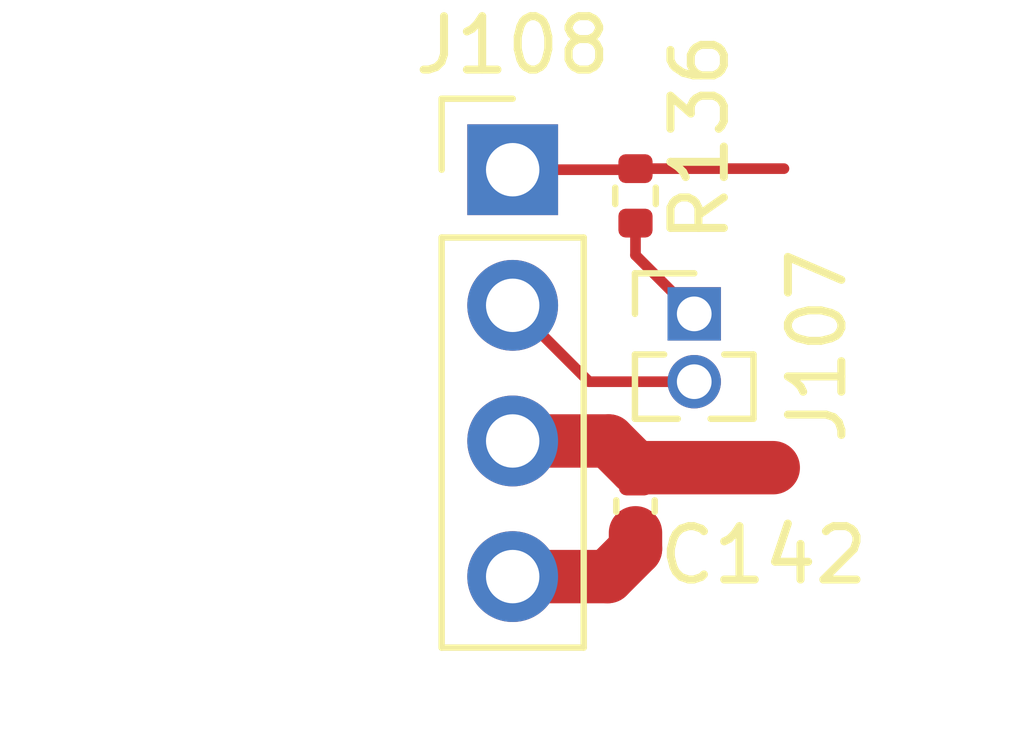
<source format=kicad_pcb>
(kicad_pcb (version 20240108) (generator "pcbnew") (generator_version "8.0")
  (layers (0 "F.Cu" signal) (31 "B.Cu" signal) (34 "B.Paste" user) (35 "F.Paste" user) (36 "B.SilkS" user "B.Silkscreen") (37 "F.SilkS" user "F.Silkscreen") (38 "B.Mask" user) (39 "F.Mask" user) (44 "Edge.Cuts" user))
  (net 0 "")
  (net 1 "GND")
  (net 2 "/VIO")
  (net 3 "Net-(J107-Pin_1)")
  (net 4 "/CANL")
  (net 5 "/CANH")
  (footprint "Connector_PinHeader_1.27mm:PinHeader_1x02_P1.27mm_Vertical" (layer "F.Cu") (at 124 89.1)
    (property "Reference" "J107" (at 2.3 0.6 90) (layer "F.SilkS"))
    (property "Value" "Jumper")
    (fp_line (start -1.11 -0.76) (end 0 -0.76) (stroke (width 0.12)) (layer "F.SilkS"))
    (fp_line (start -1.11 0) (end -1.11 -0.76) (stroke (width 0.12)) (layer "F.SilkS"))
    (fp_line (start -1.11 0.76) (end -1.11 1.965) (stroke (width 0.12)) (layer "F.SilkS"))
    (fp_line (start -1.11 0.76) (end -0.563471 0.76) (stroke (width 0.12)) (layer "F.SilkS"))
    (fp_line (start -1.11 1.965) (end -0.30753 1.965) (stroke (width 0.12)) (layer "F.SilkS"))
    (fp_line (start 0.30753 1.965) (end 1.11 1.965) (stroke (width 0.12)) (layer "F.SilkS"))
    (fp_line (start 0.563471 0.76) (end 1.11 0.76) (stroke (width 0.12)) (layer "F.SilkS"))
    (fp_line (start 1.11 0.76) (end 1.11 1.965) (stroke (width 0.12)) (layer "F.SilkS"))
    (pad "1" thru_hole rect (at 0 0) (size 1 1) (drill 0.65) (layers "*.Cu" "*.Mask") (net 3 "Net-(J107-Pin_1)"))
    (pad "2" thru_hole oval (at 0 1.27) (size 1 1) (drill 0.65) (layers "*.Cu" "*.Mask") (net 4 "/CANL"))
  )
  (footprint "Resistor_SMD:R_0402_1005Metric" (layer "F.Cu") (at 122.9 86.89 90)
    (property "Reference" "R136" (at 1.09 1.2 270) (layer "F.SilkS"))
    (property "Value" "120")
    (fp_line (start -0.153641 -0.38) (end 0.153641 -0.38) (stroke (width 0.12)) (layer "F.SilkS"))
    (fp_line (start -0.153641 0.38) (end 0.153641 0.38) (stroke (width 0.12)) (layer "F.SilkS"))
    (pad "1" smd roundrect (at -0.51 0 90) (size 0.54 0.64) (layers "F.Cu" "F.Paste" "F.Mask") (net 3 "Net-(J107-Pin_1)"))
    (pad "2" smd roundrect (at 0.51 0 90) (size 0.54 0.64) (layers "F.Cu" "F.Paste" "F.Mask") (net 5 "/CANH"))
  )
  (footprint "Capacitor_SMD:C_0402_1005Metric" (layer "F.Cu") (at 122.9 92.7 90)
    (property "Reference" "C142" (at -0.92 2.4 0) (layer "F.SilkS"))
    (property "Value" "100nF")
    (fp_line (start -0.107836 -0.36) (end 0.107836 -0.36) (stroke (width 0.12)) (layer "F.SilkS"))
    (fp_line (start -0.107836 0.36) (end 0.107836 0.36) (stroke (width 0.12)) (layer "F.SilkS"))
    (pad "1" smd roundrect (at -0.48 0 90) (size 0.56 0.62) (layers "F.Cu" "F.Paste" "F.Mask") (net 1 "GND"))
    (pad "2" smd roundrect (at 0.48 0 90) (size 0.56 0.62) (layers "F.Cu" "F.Paste" "F.Mask") (net 2 "/VIO"))
  )
  (footprint "Connector_PinHeader_2.54mm:PinHeader_1x04_P2.54mm_Vertical" (layer "F.Cu") (at 120.6 86.4)
    (property "Reference" "J108" (at 0 -2.33 0) (layer "F.SilkS"))
    (property "Value" "Conn_01x04_MountingPin")
    (fp_line (start -1.33 -1.33) (end 0 -1.33) (stroke (width 0.12)) (layer "F.SilkS"))
    (fp_line (start -1.33 0) (end -1.33 -1.33) (stroke (width 0.12)) (layer "F.SilkS"))
    (fp_line (start -1.33 1.27) (end -1.33 8.95) (stroke (width 0.12)) (layer "F.SilkS"))
    (fp_line (start -1.33 1.27) (end 1.33 1.27) (stroke (width 0.12)) (layer "F.SilkS"))
    (fp_line (start -1.33 8.95) (end 1.33 8.95) (stroke (width 0.12)) (layer "F.SilkS"))
    (fp_line (start 1.33 1.27) (end 1.33 8.95) (stroke (width 0.12)) (layer "F.SilkS"))
    (pad "1" thru_hole rect (at 0 0) (size 1.7 1.7) (drill 1) (layers "*.Cu" "*.Mask") (net 5 "/CANH"))
    (pad "2" thru_hole oval (at 0 2.54) (size 1.7 1.7) (drill 1) (layers "*.Cu" "*.Mask") (net 4 "/CANL"))
    (pad "3" thru_hole oval (at 0 5.08) (size 1.7 1.7) (drill 1) (layers "*.Cu" "*.Mask") (net 2 "/VIO"))
    (pad "4" thru_hole oval (at 0 7.62) (size 1.7 1.7) (drill 1) (layers "*.Cu" "*.Mask") (net 1 "GND"))
  )
  (segment (start 122.38 94.02) (end 122.9 93.5) (width 1) (layer "F.Cu") (net 1))
  (segment (start 122.9 93.5) (end 122.9 93.2) (width 1) (layer "F.Cu") (net 1))
  (segment (start 120.6 94.02) (end 122.38 94.02) (width 1) (layer "F.Cu") (net 1))
  (segment (start 122.4 91.48) (end 122.9 91.98) (width 1) (layer "F.Cu") (net 2))
  (segment (start 120.6 91.48) (end 122.4 91.48) (width 1) (layer "F.Cu") (net 2))
  (segment (start 122.9 91.98) (end 125.48 91.98) (width 1) (layer "F.Cu") (net 2))
  (segment (start 122.9 88) (end 124 89.1) (width 0.2) (layer "F.Cu") (net 3))
  (segment (start 122.9 87.4) (end 122.9 88) (width 0.2) (layer "F.Cu") (net 3))
  (segment (start 120.6 88.94) (end 122.03 90.37) (width 0.2) (layer "F.Cu") (net 4))
  (segment (start 122.03 90.37) (end 124 90.37) (width 0.2) (layer "F.Cu") (net 4))
  (segment (start 122.88 86.4) (end 122.9 86.38) (width 0.2) (layer "F.Cu") (net 5))
  (segment (start 122.9 86.38) (end 125.68 86.38) (width 0.2) (layer "F.Cu") (net 5))
  (segment (start 120.6 86.4) (end 122.88 86.4) (width 0.2) (layer "F.Cu") (net 5))
)
</source>
